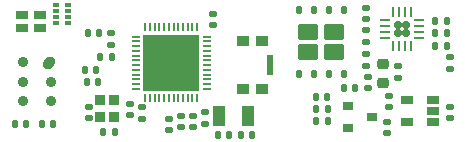
<source format=gbr>
G04 #@! TF.GenerationSoftware,KiCad,Pcbnew,(6.0.4)*
G04 #@! TF.CreationDate,2022-04-30T14:08:03+02:00*
G04 #@! TF.ProjectId,nRF52832_qfaa,6e524635-3238-4333-925f-716661612e6b,rev?*
G04 #@! TF.SameCoordinates,Original*
G04 #@! TF.FileFunction,Paste,Top*
G04 #@! TF.FilePolarity,Positive*
%FSLAX45Y45*%
G04 Gerber Fmt 4.5, Leading zero omitted, Abs format (unit mm)*
G04 Created by KiCad (PCBNEW (6.0.4)) date 2022-04-30 14:08:03*
%MOMM*%
%LPD*%
G01*
G04 APERTURE LIST*
G04 Aperture macros list*
%AMRoundRect*
0 Rectangle with rounded corners*
0 $1 Rounding radius*
0 $2 $3 $4 $5 $6 $7 $8 $9 X,Y pos of 4 corners*
0 Add a 4 corners polygon primitive as box body*
4,1,4,$2,$3,$4,$5,$6,$7,$8,$9,$2,$3,0*
0 Add four circle primitives for the rounded corners*
1,1,$1+$1,$2,$3*
1,1,$1+$1,$4,$5*
1,1,$1+$1,$6,$7*
1,1,$1+$1,$8,$9*
0 Add four rect primitives between the rounded corners*
20,1,$1+$1,$2,$3,$4,$5,0*
20,1,$1+$1,$4,$5,$6,$7,0*
20,1,$1+$1,$6,$7,$8,$9,0*
20,1,$1+$1,$8,$9,$2,$3,0*%
%AMHorizOval*
0 Thick line with rounded ends*
0 $1 width*
0 $2 $3 position (X,Y) of the first rounded end (center of the circle)*
0 $4 $5 position (X,Y) of the second rounded end (center of the circle)*
0 Add line between two ends*
20,1,$1,$2,$3,$4,$5,0*
0 Add two circle primitives to create the rounded ends*
1,1,$1,$2,$3*
1,1,$1,$4,$5*%
G04 Aperture macros list end*
%ADD10R,0.850000X0.950000*%
%ADD11RoundRect,0.140000X0.170000X-0.140000X0.170000X0.140000X-0.170000X0.140000X-0.170000X-0.140000X0*%
%ADD12RoundRect,0.140000X0.140000X0.170000X-0.140000X0.170000X-0.140000X-0.170000X0.140000X-0.170000X0*%
%ADD13RoundRect,0.140000X-0.170000X0.140000X-0.170000X-0.140000X0.170000X-0.140000X0.170000X0.140000X0*%
%ADD14RoundRect,0.140000X-0.140000X-0.170000X0.140000X-0.170000X0.140000X0.170000X-0.140000X0.170000X0*%
%ADD15R,1.000000X1.800000*%
%ADD16R,1.000000X0.800000*%
%ADD17R,0.500000X0.400000*%
%ADD18R,0.500000X0.300000*%
%ADD19RoundRect,0.147500X0.147500X0.172500X-0.147500X0.172500X-0.147500X-0.172500X0.147500X-0.172500X0*%
%ADD20R,1.060000X0.650000*%
%ADD21RoundRect,0.157500X-0.157500X0.157500X-0.157500X-0.157500X0.157500X-0.157500X0.157500X0.157500X0*%
%ADD22RoundRect,0.062500X-0.062500X0.375000X-0.062500X-0.375000X0.062500X-0.375000X0.062500X0.375000X0*%
%ADD23RoundRect,0.062500X-0.375000X0.062500X-0.375000X-0.062500X0.375000X-0.062500X0.375000X0.062500X0*%
%ADD24RoundRect,0.135000X0.135000X0.185000X-0.135000X0.185000X-0.135000X-0.185000X0.135000X-0.185000X0*%
%ADD25RoundRect,0.135000X-0.185000X0.135000X-0.185000X-0.135000X0.185000X-0.135000X0.185000X0.135000X0*%
%ADD26RoundRect,0.218750X-0.256250X0.218750X-0.256250X-0.218750X0.256250X-0.218750X0.256250X0.218750X0*%
%ADD27R,0.900000X0.800000*%
%ADD28RoundRect,0.030000X0.295000X0.070000X-0.295000X0.070000X-0.295000X-0.070000X0.295000X-0.070000X0*%
%ADD29RoundRect,0.030000X-0.070000X0.295000X-0.070000X-0.295000X0.070000X-0.295000X0.070000X0.295000X0*%
%ADD30RoundRect,0.030000X-0.295000X-0.070000X0.295000X-0.070000X0.295000X0.070000X-0.295000X0.070000X0*%
%ADD31RoundRect,0.030000X0.070000X-0.295000X0.070000X0.295000X-0.070000X0.295000X-0.070000X-0.295000X0*%
%ADD32R,4.700000X4.700000*%
%ADD33C,0.910000*%
%ADD34HorizOval,0.910000X0.100000X0.100000X-0.100000X-0.100000X0*%
%ADD35RoundRect,0.250000X-0.615000X0.435000X-0.615000X-0.435000X0.615000X-0.435000X0.615000X0.435000X0*%
%ADD36RoundRect,0.125000X-0.125000X0.250000X-0.125000X-0.250000X0.125000X-0.250000X0.125000X0.250000X0*%
%ADD37R,1.000000X0.900000*%
%ADD38R,0.550000X1.700000*%
G04 APERTURE END LIST*
D10*
X3966988Y-3776760D03*
X3966988Y-3921760D03*
X4081988Y-3921760D03*
X4081988Y-3776760D03*
D11*
X4055984Y-3312160D03*
X4055984Y-3216160D03*
D12*
X4088484Y-4048760D03*
X3992484Y-4048760D03*
D13*
X3872088Y-3838460D03*
X3872088Y-3934460D03*
D14*
X3967084Y-3413760D03*
X4063084Y-3413760D03*
D11*
X4856084Y-3979660D03*
X4856084Y-3883660D03*
X4919584Y-3144260D03*
X4919584Y-3048260D03*
D13*
X4214988Y-3810260D03*
X4214988Y-3906260D03*
D12*
X3932788Y-3528060D03*
X3836788Y-3528060D03*
X3945488Y-3629660D03*
X3849488Y-3629660D03*
D13*
X4754484Y-3911860D03*
X4754484Y-4007860D03*
X4652884Y-3911860D03*
X4652884Y-4007860D03*
D15*
X4969420Y-3912496D03*
X5219420Y-3912496D03*
D12*
X5059420Y-4075796D03*
X4963420Y-4075796D03*
D14*
X5153920Y-4075796D03*
X5249920Y-4075796D03*
D16*
X3302184Y-3062596D03*
X3452184Y-3062596D03*
X3452184Y-3172596D03*
X3302184Y-3172596D03*
D17*
X3693884Y-3129096D03*
D18*
X3693884Y-3079096D03*
X3693884Y-3029096D03*
D17*
X3693884Y-2979096D03*
X3593884Y-2979096D03*
D18*
X3593884Y-3029096D03*
X3593884Y-3079096D03*
D17*
X3593884Y-3129096D03*
D11*
X6228080Y-3677660D03*
X6228080Y-3581660D03*
D12*
X6123680Y-3680460D03*
X6027680Y-3680460D03*
D14*
X3468884Y-3981196D03*
X3564884Y-3981196D03*
D12*
X5888984Y-3756660D03*
X5792984Y-3756660D03*
D19*
X5889484Y-3858260D03*
X5792484Y-3858260D03*
D20*
X6782580Y-3965960D03*
X6782580Y-3870960D03*
X6782580Y-3775960D03*
X6562580Y-3775960D03*
X6562580Y-3965960D03*
D21*
X6556580Y-3144460D03*
X6556580Y-3216460D03*
X6484580Y-3144460D03*
X6484580Y-3216460D03*
D22*
X6595580Y-3036710D03*
X6545580Y-3036710D03*
X6495580Y-3036710D03*
X6445580Y-3036710D03*
D23*
X6376830Y-3105460D03*
X6376830Y-3155460D03*
X6376830Y-3205460D03*
X6376830Y-3255460D03*
D22*
X6445580Y-3324210D03*
X6495580Y-3324210D03*
X6545580Y-3324210D03*
X6595580Y-3324210D03*
D23*
X6664330Y-3255460D03*
X6664330Y-3205460D03*
X6664330Y-3155460D03*
X6664330Y-3105460D03*
D24*
X6901380Y-3214460D03*
X6799380Y-3214460D03*
X5891984Y-3959860D03*
X5789984Y-3959860D03*
D13*
X6215380Y-2997460D03*
X6215380Y-3093460D03*
D11*
X6926580Y-3931660D03*
X6926580Y-3835660D03*
D25*
X6482080Y-3489760D03*
X6482080Y-3591760D03*
X6215380Y-3388160D03*
X6215380Y-3490160D03*
D24*
X6901380Y-3112860D03*
X6799380Y-3112860D03*
D25*
X6215380Y-3184760D03*
X6215380Y-3286760D03*
D26*
X6355080Y-3474710D03*
X6355080Y-3632210D03*
D27*
X6064580Y-3826760D03*
X6064580Y-4016760D03*
X6264580Y-3921760D03*
D28*
X4865584Y-3684560D03*
X4865584Y-3644560D03*
X4865584Y-3604560D03*
X4865584Y-3564560D03*
X4865584Y-3524560D03*
X4865584Y-3484560D03*
X4865584Y-3444560D03*
X4865584Y-3404560D03*
X4865584Y-3364560D03*
X4865584Y-3324560D03*
X4865584Y-3284560D03*
X4865584Y-3244560D03*
D29*
X4785584Y-3164560D03*
X4745584Y-3164560D03*
X4705584Y-3164560D03*
X4665584Y-3164560D03*
X4625584Y-3164560D03*
X4585584Y-3164560D03*
X4545584Y-3164560D03*
X4505584Y-3164560D03*
X4465584Y-3164560D03*
X4425584Y-3164560D03*
X4385584Y-3164560D03*
X4345584Y-3164560D03*
D30*
X4265584Y-3244560D03*
X4265584Y-3284560D03*
X4265584Y-3324560D03*
X4265584Y-3364560D03*
X4265584Y-3404560D03*
X4265584Y-3444560D03*
X4265584Y-3484560D03*
X4265584Y-3524560D03*
X4265584Y-3564560D03*
X4265584Y-3604560D03*
X4265584Y-3644560D03*
X4265584Y-3684560D03*
D31*
X4345584Y-3764560D03*
X4385584Y-3764560D03*
X4425584Y-3764560D03*
X4465584Y-3764560D03*
X4505584Y-3764560D03*
X4545584Y-3764560D03*
X4585584Y-3764560D03*
X4625584Y-3764560D03*
X4665584Y-3764560D03*
X4705584Y-3764560D03*
X4745584Y-3764560D03*
X4785584Y-3764560D03*
D32*
X4565584Y-3464560D03*
D33*
X3310984Y-3460596D03*
X3310984Y-3625596D03*
X3310984Y-3790596D03*
X3544984Y-3790596D03*
X3544984Y-3625596D03*
D34*
X3534984Y-3470596D03*
D35*
X5726880Y-3371760D03*
X5726880Y-3201760D03*
X5941880Y-3371760D03*
X5941880Y-3201760D03*
D36*
X6024880Y-3016760D03*
X5897880Y-3016760D03*
X5770880Y-3016760D03*
X5643880Y-3016760D03*
X5643880Y-3556760D03*
X5770880Y-3556760D03*
X5897880Y-3556760D03*
X6024880Y-3556760D03*
D12*
X6898380Y-3320060D03*
X6802380Y-3320060D03*
D25*
X6926580Y-3413560D03*
X6926580Y-3515560D03*
D13*
X6393180Y-3962660D03*
X6393180Y-4058660D03*
X4551284Y-3939800D03*
X4551284Y-4035800D03*
D14*
X3858384Y-3210560D03*
X3954384Y-3210560D03*
D19*
X3336784Y-3981196D03*
X3239784Y-3981196D03*
D37*
X5336784Y-3280896D03*
X5176784Y-3280896D03*
X5176784Y-3690896D03*
X5336784Y-3690896D03*
D38*
X5399284Y-3485896D03*
D25*
X4316588Y-3841296D03*
X4316588Y-3943296D03*
D13*
X6412484Y-3742696D03*
X6412484Y-3838696D03*
M02*

</source>
